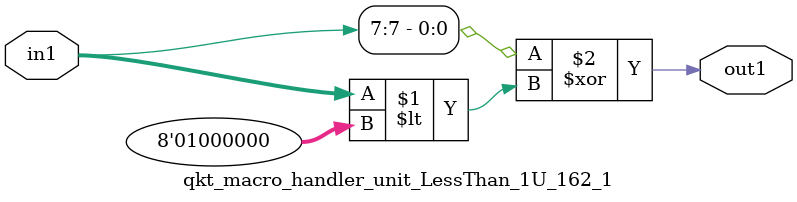
<source format=v>

`timescale 1ps / 1ps


module qkt_macro_handler_unit_LessThan_1U_162_1( in1, out1 );

    input [7:0] in1;
    output out1;

    
    // rtl_process:qkt_macro_handler_unit_LessThan_1U_162_1/qkt_macro_handler_unit_LessThan_1U_162_1_thread_1
    assign out1 = (in1[7] ^ in1 < 8'd064);

endmodule


</source>
